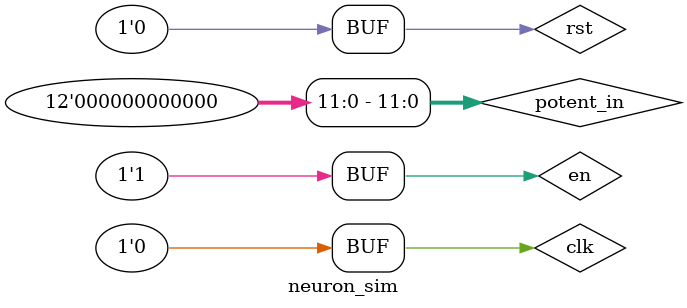
<source format=sv>
`timescale 1ns / 1ps


module neuron_sim();
    logic clk, rst, en;
    always begin clk <= 1'b1; #5; clk <= 1'b0; #5; end
    initial begin rst = 1'b1; #12; rst = 1'b0; end
    initial begin en = 1'b1; #20 en = 1'b0; #10 en = 1'b1; #70 en = 1'b0; #10 en = 1'b1; end
    
    logic signed [23:0] potent_in;
    always begin potent_in = {$random % 2048, 12'h0}; #10; end
    // $random % 2048: [-7ff, 7ff]
    // (can't write 'd2048 or 'h800 in place of 2048, because this would
    //  turn the result into unsigned)
    
    logic spike_out;
    neuron dut(clk, rst, en, potent_in, spike_out);
     
endmodule

</source>
